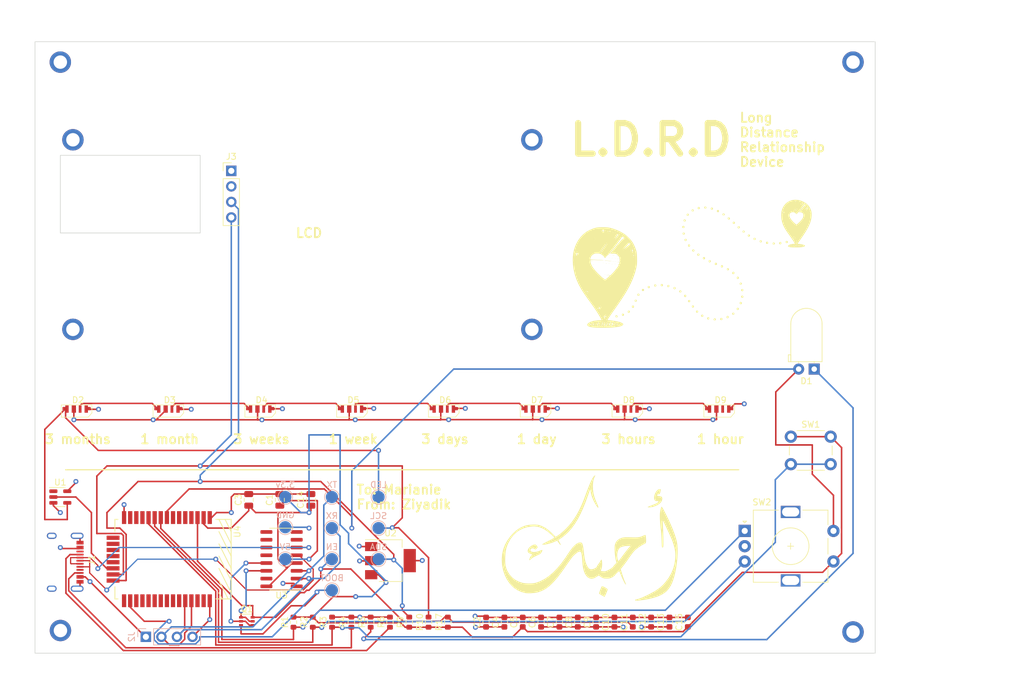
<source format=kicad_pcb>
(kicad_pcb (version 20211014) (generator pcbnew)
  (layers (0 "F.Cu" signal) (1 "In1.Cu" power) (2 "In2.Cu" power) (31 "B.Cu" signal) (34 "B.Paste" user) (35 "F.Paste" user) (36 "B.SilkS" user "B.Silkscreen") (37 "F.SilkS" user "F.Silkscreen") (38 "B.Mask" user) (39 "F.Mask" user) (44 "Edge.Cuts" user))
  (net 0 "")
  (net 1 "+5V")
  (net 2 "GND")
  (net 3 "+3V3")
  (net 4 "/ESP32_EN")
  (net 5 "Net-(D1-Pad1)")
  (net 6 "/push")
  (net 15 "/USB_SERIAL_RXI")
  (net 16 "/USB_SERIAL_TXO")
  (net 17 "/RTS")
  (net 18 "/DTR")
  (net 19 "/ESP32_BOOT")
  (net 20 "/RA")
  (net 21 "/RB")
  (net 22 "/light_switch")
  (net 23 "/USB_CC2")
  (net 24 "/USB_CC1")
  (net 25 "/SDA")
  (net 26 "/SCL")
  (net 27 "/LED_DATA_5V")
  (net 29 "/LED_DATA_3V3")
  (net 30 "/USB_D+")
  (net 31 "/USB_D-")
  (net 39 "Net-(D2-Pad3)")
  (net 40 "Net-(D3-Pad3)")
  (net 41 "Net-(D4-Pad3)")
  (net 42 "Net-(D5-Pad3)")
  (net 43 "Net-(D6-Pad3)")
  (net 44 "Net-(D7-Pad3)")
  (net 45 "Net-(D8-Pad3)")
  (footprint "Holes:MountingHole_2.2mm_M2_ISO7380_Pad_NonVirtual" (layer "F.Cu") (at 106.2 97.04)
    (fp_text reference "H3" hide)
    (fp_text value "AlignmentHole")
  )
  (footprint "LOGO" (layer "F.Cu") (at 208.28 86.36)
    (fp_text reference "" hide)
    (fp_text value "LOGO" hide)
  )
  (footprint "Capacitor_SMD:C_0805_2012Metric" (layer "F.Cu") (at 134.93 124.92 90)
    (fp_text reference "C3")
    (fp_text value "10uF")
  )
  (footprint "LOGO" (layer "F.Cu") (at 190.5 134.62)
    (fp_text reference "G***" hide)
    (fp_text value "LOGO" hide)
  )
  (footprint "Holes:MountingHole_2.2mm_M2_ISO7380_Pad_NonVirtual" (layer "F.Cu") (at 233.68 53.34)
    (fp_text reference "H4" hide)
    (fp_text value "MountHole")
  )
  (footprint "Capacitor_SMD:C_0603_1608Metric" (layer "F.Cu") (at 203.68272 144.92058 90)
    (fp_text reference "C13")
    (fp_text value "0.1uF")
  )
  (footprint "sk6812:SK6812-SIDE-A" (layer "F.Cu") (at 210 110)
    (fp_text reference "D9")
    (fp_text value "SK6812SIDE-A")
  )
  (footprint "Resistor_SMD:R_0603_1608Metric" (layer "F.Cu") (at 151.699375 144.92058 90)
    (fp_text reference "R4")
    (fp_text value "5.1k")
  )
  (footprint "Capacitor_SMD:C_0603_1608Metric" (layer "F.Cu") (at 200.685448 144.92058 90)
    (fp_text reference "C12")
    (fp_text value "0.1uF")
  )
  (footprint "Holes:MountingHole_2.2mm_M2_ISO7380_Pad_NonVirtual" (layer "F.Cu") (at 233.68 146.53)
    (fp_text reference "H7" hide)
    (fp_text value "MountHole")
  )
  (footprint "Resistor_SMD:R_0603_1608Metric" (layer "F.Cu") (at 167.465 144.92058 90)
    (fp_text reference "R17")
    (fp_text value "10k")
  )
  (footprint "Resistor_SMD:R_0603_1608Metric" (layer "F.Cu") (at 158.005625 144.92058 90)
    (fp_text reference "R6")
    (fp_text value "5.1k")
  )
  (footprint "Capacitor_SMD:C_0603_1608Metric" (layer "F.Cu") (at 206.68 144.92058 90)
    (fp_text reference "C15")
    (fp_text value "0.1uF")
  )
  (footprint "Capacitor_SMD:C_0603_1608Metric" (layer "F.Cu") (at 197.688176 144.92058 90)
    (fp_text reference "C11")
    (fp_text value "1uF")
  )
  (footprint "Resistor_SMD:R_0603_1608Metric" (layer "F.Cu") (at 142.24 144.92058 -90)
    (fp_text reference "R1")
    (fp_text value "5.1k")
  )
  (footprint "Rotary_Encoder:RotaryEncoder_Alps_EC11E-Switch_Vertical_H20mm" (layer "F.Cu") (at 215.98 130)
    (fp_text reference "SW2")
    (fp_text value "Scroll Click Wheel")
  )
  (footprint "Holes:MountingHole_2.2mm_M2_ISO7380_Pad_NonVirtual" (layer "F.Cu") (at 181.2 66.04)
    (fp_text reference "H1" hide)
    (fp_text value "AlignmentHole")
  )
  (footprint "Package_TO_SOT_SMD:SOT-23-5" (layer "F.Cu") (at 104.14 124.46)
    (fp_text reference "U1")
    (fp_text value "SN74LV1T34DBV")
  )
  (footprint "Package_SO:SOIC-16_3.9x9.9mm_P1.27mm" (layer "F.Cu") (at 140.29 134.62 180)
    (fp_text reference "U3")
    (fp_text value "CH340C")
  )
  (footprint "sk6812:SK6812-SIDE-A" (layer "F.Cu") (at 105 110)
    (fp_text reference "D2")
    (fp_text value "SK6812SIDE-A")
  )
  (footprint "Capacitor_SMD:C_0805_2012Metric" (layer "F.Cu") (at 145.09 124.92 90)
    (fp_text reference "C14")
    (fp_text value "10uF")
  )
  (footprint "Resistor_SMD:R_0603_1608Metric" (layer "F.Cu") (at 164.311875 144.92058 90)
    (fp_text reference "R10")
    (fp_text value "2.2k")
  )
  (footprint "Capacitor_SMD:C_0603_1608Metric" (layer "F.Cu") (at 182.701816 144.92058 90)
    (fp_text reference "C6")
    (fp_text value "0.1uF")
  )
  (footprint "Button_Switch_THT:SW_PUSH_6mm_H4.3mm" (layer "F.Cu") (at 223.52 114.59)
    (fp_text reference "SW1")
    (fp_text value "Light Switch")
  )
  (footprint "sk6812:SK6812-SIDE-A" (layer "F.Cu") (at 165 110)
    (fp_text reference "D6")
    (fp_text value "SK6812SIDE-A")
  )
  (footprint "Holes:MountingHole_2.2mm_M2_ISO7380_Pad_NonVirtual" (layer "F.Cu") (at 181.2 97.04)
    (fp_text reference "H8" hide)
    (fp_text value "AlignmentHole")
  )
  (footprint "sk6812:SK6812-SIDE-A" (layer "F.Cu") (at 180 110)
    (fp_text reference "D7")
    (fp_text value "SK6812SIDE-A")
  )
  (footprint "Holes:MountingHole_2.2mm_M2_ISO7380_Pad_NonVirtual" (layer "F.Cu") (at 106.2 66.04)
    (fp_text reference "H9" hide)
    (fp_text value "AlignmentHole")
  )
  (footprint "Capacitor_SMD:C_0805_2012Metric" (layer "F.Cu") (at 140.01 124.92 90)
    (fp_text reference "C1")
    (fp_text value "10uF")
  )
  (footprint "Capacitor_SMD:C_0603_1608Metric" (layer "F.Cu") (at 185.699088 144.92058 90)
    (fp_text reference "C7")
    (fp_text value "0.1uF")
  )
  (footprint "LED_THT:LED_D5.0mm_Horizontal_O1.27mm_Z15.0mm" (layer "F.Cu") (at 227.335 103.535 180)
    (fp_text reference "D1")
    (fp_text value "LED")
  )
  (footprint "Holes:MountingHole_2.2mm_M2_ISO7380_Pad_NonVirtual" (layer "F.Cu") (at 104.14 53.34)
    (fp_text reference "H6" hide)
    (fp_text value "MountHole")
  )
  (footprint "Capacitor_SMD:C_0603_1608Metric" (layer "F.Cu") (at 191.693632 144.92058 90)
    (fp_text reference "C9")
    (fp_text value "0.1uF")
  )
  (footprint "Resistor_SMD:R_0603_1608Metric" (layer "F.Cu") (at 148.54625 144.92058 90)
    (fp_text reference "R3")
    (fp_text value "5.1k")
  )
  (footprint "Resistor_SMD:R_0603_1608Metric" (layer "F.Cu") (at 154.8525 144.92058 90)
    (fp_text reference "R5")
    (fp_text value "5.1k")
  )
  (footprint "Resistor_SMD:R_0603_1608Metric" (layer "F.Cu") (at 145.393125 144.92058 90)
    (fp_text reference "R2")
    (fp_text value "5.1k")
  )
  (footprint "Capacitor_SMD:C_0603_1608Metric" (layer "F.Cu") (at 179.704544 144.92058 90)
    (fp_text reference "C5")
    (fp_text value "0.1uF")
  )
  (footprint "Capacitor_SMD:C_0603_1608Metric" (layer "F.Cu") (at 176.707272 144.92058 90)
    (fp_text reference "C4")
    (fp_text value "0.1uF")
  )
  (footprint "sk6812:SK6812-SIDE-A" (layer "F.Cu") (at 135 110)
    (fp_text reference "D4")
    (fp_text value "SK6812SIDE-A")
  )
  (footprint "Capacitor_SMD:C_0603_1608Metric" (layer "F.Cu") (at 194.690904 144.92058 90)
    (fp_text reference "C10")
    (fp_text value "0.1uF")
  )
  (footprint "sk6812:SK6812-SIDE-A" (layer "F.Cu") (at 120 110)
    (fp_text reference "D3")
    (fp_text value "SK6812SIDE-A")
  )
  (footprint "lilygo_micro32:T-Micro32" (layer "F.Cu") (at 128.5575 128.12 -90)
    (fp_text reference "U4")
    (fp_text value "T-Micro32_Plus")
  )
  (footprint "Resistor_SMD:R_0603_1608Metric" (layer "F.Cu") (at 161.15875 144.92058 90)
    (fp_text reference "R9")
    (fp_text value "2.2k")
  )
  (footprint "sk6812:SK6812-SIDE-A" (layer "F.Cu") (at 150 110)
    (fp_text reference "D5")
    (fp_text value "SK6812SIDE-A")
  )
  (footprint "Package_TO_SOT_SMD:SOT-223-3_TabPin2" (layer "F.Cu") (at 158.09 134.86)
    (fp_text reference "U2")
    (fp_text value "AP2114HA-3.3")
  )
  (footprint "sk6812:SK6812-SIDE-A" (layer "F.Cu") (at 195 110)
    (fp_text reference "D8")
    (fp_text value "SK6812SIDE-A")
  )
  (footprint "Capacitor_SMD:C_0603_1608Metric" (layer "F.Cu") (at 173.71 144.92058 90)
    (fp_text reference "C2")
    (fp_text value "0.1uF")
  )
  (footprint "Capacitor_SMD:C_0603_1608Metric" (layer "F.Cu") (at 188.69636 144.92058 90)
    (fp_text reference "C8")
    (fp_text value "0.1uF")
  )
  (footprint "Holes:MountingHole_2.2mm_M2_ISO7380_Pad_NonVirtual" (layer "F.Cu") (at 104.16 146.29)
    (fp_text reference "H2" hide)
    (fp_text value "MountHole")
  )
  (footprint "Connector_PinHeader_2.54mm:PinHeader_1x04_P2.54mm_Vertical" (layer "F.Cu") (at 132.08 71.12)
    (fp_text reference "J3")
    (fp_text value "Conn_01x04")
  )
  (footprint "usb-c:USB_C_Receptacle_XKB_U262-161N-4BVC11" (layer "F.Cu") (at 102.34 134.62 -90)
    (fp_text reference "J1")
    (fp_text value "USB_C_Receptacle_USB2.0")
  )
  (footprint "Package_TO_SOT_SMD:SOT-363_SC-70-6" (layer "F.Cu") (at 134.62 144.78)
    (fp_text reference "Q1")
    (fp_text value "UMH3N")
  )
  (footprint "Modified:TestPoint_Pad_D2.0mm_ValueSilk" (layer "B.Cu") (at 140.9 124.46 180)
    (fp_text reference "TP3" hide)
    (fp_text value "3.3v" hide)
  )
  (footprint "Modified:TestPoint_Pad_D2.0mm_ValueSilk" (layer "B.Cu") (at 156.14 124.46 180)
    (fp_text reference "TP4" hide)
    (fp_text value "LED" hide)
  )
  (footprint "Modified:TestPoint_Pad_D2.0mm_ValueSilk" (layer "B.Cu") (at 156.14 134.62 180)
    (fp_text reference "TP5" hide)
    (fp_text value "SDA" hide)
  )
  (footprint "Modified:TestPoint_Pad_D2.0mm_ValueSilk" (layer "B.Cu") (at 140.9 134.62 180)
    (fp_text reference "TP1" hide)
    (fp_text value "5V" hide)
  )
  (footprint "Modified:TestPoint_Pad_D2.0mm_ValueSilk" (layer "B.Cu") (at 140.9 129.4 180)
    (fp_text reference "TP2" hide)
    (fp_text value "GND" hide)
  )
  (footprint "Modified:TestPoint_Pad_D2.0mm_ValueSilk" (layer "B.Cu") (at 148.52 134.62 180)
    (fp_text reference "TP7" hide)
    (fp_text value "EN" hide)
  )
  (footprint "Modified:TestPoint_Pad_D2.0mm_ValueSilk" (layer "B.Cu") (at 148.52 139.7 180)
    (fp_text reference "TP8" hide)
    (fp_text value "BOOT" hide)
  )
  (footprint "Modified:TestPoint_Pad_D2.0mm_ValueSilk" (layer "B.Cu") (at 156.14 129.54 180)
    (fp_text reference "TP6" hide)
    (fp_text value "SCL" hide)
  )
  (footprint "Modified:TestPoint_Pad_D2.0mm_ValueSilk" (layer "B.Cu") (at 148.52 129.54 180)
    (fp_text reference "TP10" hide)
    (fp_text value "RX" hide)
  )
  (footprint "Connector_PinHeader_2.54mm:PinHeader_1x04_P2.54mm_Vertical" (layer "B.Cu") (at 118.12 147.32 -90)
    (fp_text reference "J2")
    (fp_text value "Conn_01x04")
  )
  (footprint "Modified:TestPoint_Pad_D2.0mm_ValueSilk" (layer "B.Cu") (at 148.52 124.46 180)
    (fp_text reference "TP9" hide)
    (fp_text value "TX" hide)
  )
  (gr_line (start 105 120) (end 215 120) (layer "F.SilkS") (width 0.2))
  (gr_rect (start 100 50) (end 237.3 150) (layer "Edge.Cuts") (width 0.1) (fill none))
  (gr_rect (start 104.14 68.58) (end 127 81.28) (layer "Edge.Cuts") (width 0.1) (fill none))
  (gr_text "To: Marianie\nFrom: Ziyadik" (at 152.4 124.46) (layer "F.SilkS") (effects (font (size 1.5 1.5) (thickness 0.3)) (justify left)))
  (gr_text "3 days" (at 167 115) (layer "F.SilkS") (effects (font (size 1.5 1.5) (thickness 0.3))))
  (gr_text "1 hour" (at 212 115) (layer "F.SilkS") (effects (font (size 1.5 1.5) (thickness 0.3))))
  (gr_text "1 day" (at 182 115) (layer "F.SilkS") (effects (font (size 1.5 1.5) (thickness 0.3))))
  (gr_text "L.D.R.D" (at 200.66 66.04) (layer "F.SilkS") (effects (font (size 5 5) (thickness 1))))
  (gr_text "3 months" (at 107 115) (layer "F.SilkS") (effects (font (size 1.5 1.5) (thickness 0.3))))
  (gr_text "3 weeks" (at 137 115) (layer "F.SilkS") (effects (font (size 1.5 1.5) (thickness 0.3))))
  (gr_text "3 hours" (at 197 115) (layer "F.SilkS") (effects (font (size 1.5 1.5) (thickness 0.3))))
  (gr_text "LCD" (at 144.78 81.28) (layer "F.SilkS") (effects (font (size 1.5 1.5) (thickness 0.3))))
  (gr_text "1 month" (at 122 115) (layer "F.SilkS") (effects (font (size 1.5 1.5) (thickness 0.3))))
  (gr_text "1 week" (at 152 115) (layer "F.SilkS") (effects (font (size 1.5 1.5) (thickness 0.3))))
  (gr_text "Long \nDistance \nRelationship \nDevice" (at 215 66.04) (layer "F.SilkS") (effects (font (size 1.5 1.5) (thickness 0.3)) (justify left)))
  (segment (start 119.312844 111.827156) (end 119.807464 111.827156) (width 0.25) (layer "F.Cu") (net 1))
  (segment (start 119.807464 111.827156) (end 121.35 110.28462) (width 0.25) (layer "F.Cu") (net 1))
  (segment (start 166.35 110) (end 166.308082 110.041918) (width 0.25) (layer "F.Cu") (net 1))
  (segment (start 108.220409 137.52) (end 107.36 137.52) (width 0.25) (layer "F.Cu") (net 1))
  (segment (start 181.35 110.525) (end 181.331194 110.543806) (width 0.25) (layer "F.Cu") (net 1))
  (segment (start 181.35 110) (end 181.35 110.525) (width 0.25) (layer "F.Cu") (net 1))
  (segment (start 182.701816 145.69558) (end 185.699088 145.69558) (width 0.25) (layer "F.Cu") (net 1))
  (segment (start 194.690904 145.69558) (end 196.074012 145.69558) (width 0.25) (layer "F.Cu") (net 1))
  (segment (start 173.71 145.69558) (end 172.037188 145.69558) (width 0.25) (layer "F.Cu") (net 1))
  (segment (start 136.35 110) (end 136.374539 110.024539) (width 0.25) (layer "F.Cu") (net 1))
  (segment (start 196.074012 145.69558) (end 196.100914 145.722482) (width 0.25) (layer "F.Cu") (net 1))
  (segment (start 106.35 110) (end 106.35 111.820986) (width 0.25) (layer "F.Cu") (net 1))
  (segment (start 166.288456 111.823773) (end 152.336227 111.823773) (width 0.25) (layer "F.Cu") (net 1))
  (segment (start 106.35617 111.827156) (end 119.312844 111.827156) (width 0.25) (layer "F.Cu") (net 1))
  (segment (start 182.844133 111.795867) (end 181.331194 111.795867) (width 0.25) (layer "F.Cu") (net 1))
  (segment (start 107.36 132.72) (end 107.196799 132.883201) (width 0.25) (layer "F.Cu") (net 1))
  (segment (start 199.087118 145.722482) (end 200.658546 145.722482) (width 0.25) (layer "F.Cu") (net 1))
  (segment (start 136.374539 111.802538) (end 136.349921 111.827156) (width 0.25) (layer "F.Cu") (net 1))
  (segment (start 154.94 132.56) (end 153.04644 132.56) (width 0.25) (layer "F.Cu") (net 1))
  (segment (start 146.14 133.26) (end 144.78 134.62) (width 0.25) (layer "F.Cu") (net 1))
  (segment (start 140.01 125.87) (end 140.835 125.045) (width 0.25) (layer "F.Cu") (net 1))
  (segment (start 136.349921 111.827156) (end 119.807464 111.827156) (width 0.25) (layer "F.Cu") (net 1))
  (segment (start 151.35 110) (end 151.35 111.823773) (width 0.25) (layer "F.Cu") (net 1))
  (segment (start 200.658546 145.722482) (end 200.685448 145.69558) (width 0.25) (layer "F.Cu") (net 1))
  (segment (start 181.331194 110.543806) (end 181.331194 111.795867) (width 0.25) (layer "F.Cu") (net 1))
  (segment (start 173.71 145.69558) (end 176.707272 145.69558) (width 0.25) (layer "F.Cu") (net 1))
  (segment (start 136.374539 110.024539) (end 136.374539 111.802538) (width 0.25) (layer "F.Cu") (net 1))
  (segment (start 136.408054 111.836053) (end 136.374539 111.802538) (width 0.25) (layer "F.Cu") (net 1))
  (segment (start 106.68 122.1075) (end 106.68 121.92) (width 0.25) (layer "F.Cu") (net 1))
  (segment (start 181.331194 111.795867) (end 181.322914 111.804147) (width 0.25) (layer "F.Cu") (net 1))
  (segment (start 167.595853 111.804147) (end 166.308082 111.804147) (width 0.25) (layer "F.Cu") (net 1))
  (segment (start 121.35 110.28462) (end 121.35 110) (width 0.25) (layer "F.Cu") (net 1))
  (segment (start 181.322914 111.804147) (end 167.595853 111.804147) (width 0.25) (layer "F.Cu") (net 1))
  (segment (start 152.336227 111.823773) (end 151.35 111.823773) (width 0.25) (layer "F.Cu") (net 1))
  (segment (start 196.35 110) (end 196.35 111.710414) (width 0.25) (layer "F.Cu") (net 1))
  (segment (start 166.308082 111.804147) (end 166.288456 111.823773) (width 0.25) (layer "F.Cu") (net 1))
  (segment (start 118.12 147.32) (end 118.020409 147.32) (width 0.25) (layer "F.Cu") (net 1))
  (segment (start 211.369851 110.019851) (end 211.369851 111.771732) (width 0.25) (layer "F.Cu") (net 1))
  (segment (start 166.308082 110.041918) (end 166.308082 111.804147) (width 0.25) (layer "F.Cu") (net 1))
  (segment (start 107.196799 132.883201) (end 104.304531 132.883201) (width 0.25) (layer "F.Cu") (net 1))
  (segment (start 210.784133 111.795867) (end 198.084133 111.795867) (width 0.25) (layer "F.Cu") (net 1))
  (segment (start 211.35 110) (end 211.369851 110.019851) (width 0.25) (layer "F.Cu") (net 1))
  (segment (start 185.699088 145.69558) (end 188.69636 145.69558) (width 0.25) (layer "F.Cu") (net 1))
  (segment (start 151.33772 111.836053) (end 137.083947 111.836053) (width 0.25) (layer "F.Cu") (net 1))
  (segment (start 211.369851 111.771732) (end 211.345716 111.795867) (width 0.25) (layer "F.Cu") (net 1))
  (segment (start 118.020409 147.32) (end 108.993401 138.292992) (width 0.25) (layer "F.Cu") (net 1))
  (segment (start 104.304531 132.883201) (end 104.14 132.71867) (width 0.25) (layer "F.Cu") (net 1))
  (segment (start 146.098858 125.045) (end 146.14 125.086142) (width 0.25) (layer "F.Cu") (net 1))
  (segment (start 151.35 111.823773) (end 151.33772 111.836053) (width 0.25) (layer "F.Cu") (net 1))
  (segment (start 191.693632 145.69558) (end 194.690904 145.69558) (width 0.25) (layer "F.Cu") (net 1))
  (segment (start 146.14 125.086142) (end 146.14 133.26) (width 0.25) (layer "F.Cu") (net 1))
  (segment (start 153.04644 132.56) (end 152.979227 132.492787) (width 0.25) (layer "F.Cu") (net 1))
  (segment (start 105.2775 123.51) (end 106.68 122.1075) (width 0.25) (layer "F.Cu") (net 1))
  (segment (start 136.35 110) (end 136.35 110.03) (width 0.25) (layer "F.Cu") (net 1))
  (segment (start 196.264547 111.795867) (end 182.844133 111.795867) (width 0.25) (layer "F.Cu") (net 1))
  (segment (start 106.35 111.820986) (end 106.35617 111.827156) (width 0.25) (layer "F.Cu") (net 1))
  (segment (start 172.037188 145.69558) (end 171.973401 145.759367) (width 0.25) (layer "F.Cu") (net 1))
  (segment (start 140.835 125.045) (end 146.098858 125.045) (width 0.25) (layer "F.Cu") (net 1))
  (segment (start 188.69636 145.69558) (end 191.693632 145.69558) (width 0.25) (layer "F.Cu") (net 1))
  (segment (start 203.68272 145.69558) (end 200.685448 145.69558) (width 0.25) (layer "F.Cu") (net 1))
  (segment (start 137.083947 111.836053) (end 136.408054 111.836053) (width 0.25) (layer "F.Cu") (net 1))
  (segment (start 198.084133 111.795867) (end 196.264547 111.795867) (width 0.25) (layer "F.Cu") (net 1))
  (segment (start 196.35 111.710414) (end 196.264547 111.795867) (width 0.25) (layer "F.Cu") (net 1))
  (segment (start 108.993401 138.292992) (end 108.220409 137.52) (width 0.25) (layer "F.Cu") (net 1))
  (segment (start 211.345716 111.795867) (end 210.784133 111.795867) (width 0.25) (layer "F.Cu") (net 1))
  (via (at 137.083947 111.836053) (size 0.8) (drill 0.4) (layers "F.Cu" "B.Cu") (net 1))
  (via (at 119.312844 111.827156) (size 0.8) (drill 0.4) (layers "F.Cu" "B.Cu") (net 1))
  (via (at 210.784133 111.795867) (size 0.8) (drill 0.4) (layers "F.Cu" "B.Cu") (net 1))
  (via (at 106.68 121.92) (size 0.8) (drill 0.4) (layers "F.Cu" "B.Cu") (net 1))
  (via (at 144.78 134.62) (size 0.8) (drill 0.4) (layers "F.Cu" "B.Cu") (net 1))
  (via (at 152.979227 132.492787) (size 0.8) (drill 0.4) (layers "F.Cu" "B.Cu") (net 1))
  (via (at 152.336227 111.823773) (size 0.8) (drill 0.4) (layers "F.Cu" "B.Cu") (net 1))
  (via (at 167.595853 111.804147) (size 0.8) (drill 0.4) (layers "F.Cu" "B.Cu") (net 1))
  (via (at 182.844133 111.795867) (size 0.8) (drill 0.4) (layers "F.Cu" "B.Cu") (net 1))
  (via (at 104.14 132.71867) (size 0.8) (drill 0.4) (layers "F.Cu" "B.Cu") (net 1))
  (via (at 199.087118 145.722482) (size 0.8) (drill 0.4) (layers "F.Cu" "B.Cu") (net 1))
  (via (at 198.084133 111.795867) (size 0.8) (drill 0.4) (layers "F.Cu" "B.Cu") (net 1))
  (via (at 171.973401 145.759367) (size 0.8) (drill 0.4) (layers "F.Cu" "B.Cu") (net 1))
  (via (at 108.993401 138.292992) (size 0.8) (drill 0.4) (layers "F.Cu" "B.Cu") (net 1))
  (via (at 106.35617 111.827156) (size 0.8) (drill 0.4) (layers "F.Cu" "B.Cu") (net 1))
  (via (at 196.100914 145.722482) (size 0.8) (drill 0.4) (layers "F.Cu" "B.Cu") (net 1))
  (segment (start 140.9 134.62) (end 144.78 134.62) (width 0.25) (layer "B.Cu") (net 1))
  (segment (start 161.24 134.86) (end 163.255444 134.86) (width 0.25) (layer "F.Cu") (net 2))
  (segment (start 107.36 131.92) (end 107.36 131.275) (width 0.25) (layer "F.Cu") (net 2))
  (segment (start 200.40052 110.032193) (end 198.632193 110.032193) (width 0.25) (layer "F.Cu") (net 2))
  (segment (start 110.387507 110.110711) (end 108.710711 110.110711) (width 0.25) (layer "F.Cu") (net 2))
  (segment (start 206.68 144.14558) (end 203.68272 144.14558) (width 0.25) (layer "F.Cu") (net 2))
  (segment (start 125.74 147.32) (end 128.5575 144.5025) (width 0.25) (layer "F.Cu") (net 2))
  (segment (start 132.57 123.97) (end 134.93 123.97) (width 0.25) (layer "F.Cu") (net 2))
  (segment (start 128.5575 144.5025) (end 128.5575 141.12) (width 0.25) (layer "F.Cu") (net 2))
  (segment (start 129.6775 127) (end 132.08 127) (width 0.25) (layer "F.Cu") (net 2))
  (segment (start 142.765 139.065) (end 142.277716 138.577716) (width 0.25) (layer "F.Cu") (net 2))
  (segment (start 153.625466 109.974534) (end 153.6 110) (width 0.25) (layer "F.Cu") (net 2))
  (segment (start 125.529596 110.110711) (end 123.710711 110.110711) (width 0.25) (layer "F.Cu") (net 2))
  (segment (start 191.693632 144.14558) (end 188.69636 144.14558) (width 0.25) (layer "F.Cu") (net 2))
  (segment (start 108.710711 110.110711) (end 108.6 110) (width 0.25) (layer "F.Cu") (net 2))
  (segment (start 179.704544 144.14558) (end 176.707272 144.14558) (width 0.25) (layer "F.Cu") (net 2))
  (segment (start 154.8525 144.09558) (end 158.005625 144.09558) (width 0.25) (layer "F.Cu") (net 2))
  (segment (start 155.358787 109.974534) (end 153.625466 109.974534) (width 0.25) (layer "F.Cu") (net 2))
  (segment (start 173.504961 143.940541) (end 173.71 144.14558) (width 0.25) (layer "F.Cu") (net 2))
  (segment (start 200.685448 144.14558) (end 203.68272 144.14558) (width 0.25) (layer "F.Cu") (net 2))
  (segment (start 188.69636 144.14558) (end 185.699088 144.14558) (width 0.25) (layer "F.Cu") (net 2))
  (segment (start 134.93 123.97) (end 140.01 123.97) (width 0.25) (layer "F.Cu") (net 2))
  (segment (start 170.318196 109.963669) (end 168.636331 109.963669) (width 0.25) (layer "F.Cu") (net 2))
  (segment (start 114.5575 128.12) (end 114.5575 125.702532) (width 0.25) (layer "F.Cu") (net 2))
  (segment (start 148.54625 144.09558) (end 151.699375 144.09558) (width 0.25) (layer "F.Cu") (net 2))
  (segment (start 183.636331 109.963669) (end 183.6 110) (width 0.25) (layer "F.Cu") (net 2))
  (segment (start 197.688176 144.14558) (end 200.685448 144.14558) (width 0.25) (layer "F.Cu") (net 2))
  (segment (start 215.9 109.22) (end 214.38 109.22) (width 0.25) (layer "F.Cu") (net 2))
  (segment (start 182.701816 144.14558) (end 185.699088 144.14558) (width 0.25) (layer "F.Cu") (net 2))
  (segment (start 163.255444 134.86) (end 163.285719 134.829725) (width 0.25) (layer "F.Cu") (net 2))
  (segment (start 103.0025 125.8625) (end 104.14 127) (width 0.25) (layer "F.Cu") (net 2))
  (segment (start 153.047888 134.909844) (end 154.890156 134.909844) (width 0.25) (layer "F.Cu") (net 2))
  (segment (start 107.36 131.275) (end 106.885 130.8) (width 0.25) (layer "F.Cu") (net 2))
  (segment (start 107.36 138.32) (end 107.36 138.965) (width 0.25) (layer "F.Cu") (net 2))
  (segment (start 168.636331 109.963669) (end 168.6 110) (width 0.25) (layer "F.Cu") (net 2))
  (segment (start 128.5575 128.12) (end 129.6775 127) (width 0.25) (layer "F.Cu") (net 2))
  (segment (start 198.632193 110.032193) (end 198.6 110) (width 0.25) (layer "F.Cu") (net 2))
  (segment (start 171.917437 143.940541) (end 173.504961 143.940541) (width 0.25) (layer "F.Cu") (net 2))
  (segment (start 179.704544 144.14558) (end 182.701816 144.14558) (width 0.25) (layer "F.Cu") (net 2))
  (segment (start 132.08 127) (end 132.08 124.46) (width 0.25) (layer "F.Cu") (net 2))
  (segment (start 197.688176 144.14558) (end 194.690904 144.14558) (width 0.25) (layer "F.Cu") (net 2))
  (segment (start 140.429785 110.028429) (end 138.628429 110.028429) (width 0.25) (layer "F.Cu") (net 2))
  (segment (start 103.0025 125.41) (end 103.0025 125.8625) (width 0.25) (layer "F.Cu") (net 2))
  (segment (start 185.363205 109.963669) (end 183.636331 109.963669) (width 0.25) (layer "F.Cu") (net 2))
  (segment (start 138.628429 110.028429) (end 138.6 110) (width 0.25) (layer "F.Cu") (net 2))
  (segment (start 123.710711 110.110711) (end 123.6 110) (width 0.25) (layer "F.Cu") (net 2))
  (segment (start 132.08 124.46) (end 132.57 123.97) (width 0.25) (layer "F.Cu") (net 2))
  (segment (start 154.8525 144.09558) (end 153.08442 144.09558) (width 0.25) (layer "F.Cu") (net 2))
  (segment (start 153.08442 144.09558) (end 151.699375 144.09558) (width 0.25) (layer "F.Cu") (net 2))
  (segment (start 107.36 138.965) (end 106.885 139.44) (width 0.25) (layer "F.Cu") (net 2))
  (segment (start 173.71 144.14558) (end 176.707272 144.14558) (width 0.25) (layer "F.Cu") (net 2))
  (segment (start 142.277716 138.577716) (end 140.522625 138.577716) (width 0.25) (layer "F.Cu") (net 2))
  (segment (start 214.38 109.22) (end 213.6 110) (width 0.25) (layer "F.Cu") (net 2))
  (segment (start 154.890156 134.909844) (end 154.94 134.86) (width 0.25) (layer "F.Cu") (net 2))
  (segment (start 191.693632 144.14558) (end 194.690904 144.14558) (width 0.25) (layer "F.Cu") (net 2))
  (segment (start 145.09 123.97) (end 140.01 123.97) (width 0.25) (layer "F.Cu") (net 2))
  (via (at 200.40052 110.032193) (size 0.8) (drill 0.4) (layers "F.Cu" "B.Cu") (net 2))
  (via (at 140.429785 110.028429) (size 0.8) (drill 0.4) (layers "F.Cu" "B.Cu") (net 2))
  (via (at 110.387507 110.110711) (size 0.8) (drill 0.4) (layers "F.Cu" "B.Cu") (net 2))
  (via (at 114.5575 125.702532) (size 0.8) (drill 0.4) (layers "F.Cu" "B.Cu") (net 2))
  (via (at 104.14 127) (size 0.8) (drill 0.4) (layers "F.Cu" "B.Cu") (net 2))
  (via (at 185.363205 109.963669) (size 0.8) (drill 0.4) (layers "F.Cu" "B.Cu") (net 2))
  (via (at 144.78 129.54) (size 0.8) (drill 0.4) (layers "F.Cu" "B.Cu") (net 2))
  (via (at 153.047888 134.909844) (size 0.8) (drill 0.4) (layers "F.Cu" "B.Cu") (net 2))
  (via (at 215.9 109.22) (size 0.8) (drill 0.4) (layers "F.Cu" "B.Cu") (net 2))
  (via (at 132.08 127) (size 0.8) (drill 0.4) (layers "F.Cu" "B.Cu") (net 2))
  (via (at 140.522625 138.577716) (size 0.8) (drill 0.4) (layers "F.Cu" "B.Cu") (net 2))
  (via (at 153.08442 144.09558) (size 0.8) (drill 0.4) (layers "F.Cu" "B.Cu") (net 2))
  (via (at 170.318196 109.963669) (size 0.8) (drill 0.4) (layers "F.Cu" "B.Cu") (net 2))
  (via (at 125.529596 110.110711) (size 0.8) (drill 0.4) (layers "F.Cu" "B.Cu") (net 2))
  (via (at 171.917437 143.940541) (size 0.8) (drill 0.4) (layers "F.Cu" "B.Cu") (net 2))
  (via (at 128.5575 144.5025) (size 0.8) (drill 0.4) (layers "F.Cu" "B.Cu") (net 2))
  (via (at 163.285719 134.829725) (size 0.8) (drill 0.4) (layers "F.Cu" "B.Cu") (net 2))
  (via (at 155.358787 109.974534) (size 0.8) (drill 0.4) (layers "F.Cu" "B.Cu") (net 2))
  (segment (start 140.9 129.4) (end 144.64 129.4) (width 0.25) (layer "B.Cu") (net 2))
  (segment (start 144.64 129.4) (end 144.78 129.54) (width 0.25) (layer "B.Cu") (net 2))
  (segment (start 167.465 145.74558) (end 169.837913 145.74558) (width 0.25) (layer "F.Cu") (net 3))
  (segment (start 145.393125 144.09558) (end 146.318125 145.02058) (width 0.25) (layer "F.Cu") (net 3))
  (segment (start 205.905 146.47058) (end 206.68 145.69558) (width 0.25) (layer "F.Cu") (net 3))
  (segment (start 215.60058 136.775) (end 228.705 136.775) (width 0.25) (layer "F.Cu") (net 3))
  (segment (start 139.7 134.62) (end 141.168375 136.088375) (width 0.25) (layer "F.Cu") (net 3))
  (segment (start 142.24 144.09558) (end 145.393125 144.09558) (width 0.25) (layer "F.Cu") (net 3))
  (segment (start 157.367374 138.432086) (end 156.095288 137.16) (width 0.25) (layer "F.Cu") (net 3))
  (segment (start 231.805 133.675) (end 230.48 135) (width 0.25) (layer "F.Cu") (net 3))
  (segment (start 161.15875 145.74558) (end 164.311875 145.74558) (width 0.25) (layer "F.Cu") (net 3))
  (segment (start 145.09 125.87) (end 145.09 126.69) (width 0.25) (layer "F.Cu") (net 3))
  (segment (start 228.705 136.775) (end 230.48 135) (width 0.25) (layer "F.Cu") (net 3))
  (segment (start 138.191751 139.065) (end 141.168375 136.088375) (width 0.25) (layer "F.Cu") (net 3))
  (segment (start 145.393125 144.09558) (end 148.744706 140.743999) (width 0.25) (layer "F.Cu") (net 3))
  (segment (start 146.318125 145.02058) (end 159.764184 145.02058) (width 0.25) (layer "F.Cu") (net 3))
  (segment (start 141.168375 136.088375) (end 142.001751 135.255) (width 0.25) (layer "F.Cu") (net 3))
  (segment (start 160.489184 145.74558) (end 161.15875 145.74558) (width 0.25) (layer "F.Cu") (net 3))
  (segment (start 134.93 126.69) (end 134.93 125.87) (width 0.25) (layer "F.Cu") (net 3))
  (segment (start 148.744706 140.743999) (end 152.401567 140.743999) (width 0.25) (layer "F.Cu") (net 3))
  (segment (start 159.764184 145.02058) (end 160.489184 145.74558) (width 0.25) (layer "F.Cu") (net 3))
  (segment (start 230.02 114.59) (end 231.805 116.375) (width 0.25) (layer "F.Cu") (net 3))
  (segment (start 142.001751 135.255) (end 142.765 135.255) (width 0.25) (layer "F.Cu") (net 3))
  (segment (start 134.93 125.87) (end 136.06 127) (width 0.25) (layer "F.Cu") (net 3))
  (segment (start 156.095288 137.16) (end 154.94 137.16) (width 0.25) (layer "F.Cu") (net 3))
  (segment (start 171.448559 147.356226) (end 178.043898 147.356226) (width 0.25) (layer "F.Cu") (net 3))
  (segment (start 231.805 116.375) (end 231.805 133.675) (width 0.25) (layer "F.Cu") (net 3))
  (segment (start 132.08 129.54) (end 134.93 126.69) (width 0.25) (layer "F.Cu") (net 3))
  (segment (start 145.09 126.69) (end 144.78 127) (width 0.25) (layer "F.Cu") (net 3))
  (segment (start 127.5575 128.87) (end 128.2275 129.54) (width 0.25) (layer "F.Cu") (net 3))
  (segment (start 137.815 139.065) (end 138.191751 139.065) (width 0.25) (layer "F.Cu") (net 3))
  (segment (start 180.479544 146.47058) (end 205.905 146.47058) (width 0.25) (layer "F.Cu") (net 3))
  (segment (start 206.68 145.69558) (end 215.60058 136.775) (width 0.25) (layer "F.Cu") (net 3))
  (segment (start 223.52 114.59) (end 230.02 114.59) (width 0.25) (layer "F.Cu") (net 3))
  (segment (start 178.043898 147.356226) (end 179.704544 145.69558) (width 0.25) (layer "F.Cu") (net 3))
  (segment (start 139.7 127) (end 139.7 134.62) (width 0.25) (layer "F.Cu") (net 3))
  (segment (start 127.5575 128.12) (end 127.5575 128.87) (width 0.25) (layer "F.Cu") (net 3))
  (segment (start 179.704544 145.69558) (end 180.479544 146.47058) (width 0.25) (layer "F.Cu") (net 3))
  (segment (start 136.06 127) (end 139.7 127) (width 0.25) (layer "F.Cu") (net 3))
  (segment (start 167.465 145.74558) (end 164.311875 145.74558) (width 0.25) (layer "F.Cu") (net 3))
  (segment (start 169.837913 145.74558) (end 171.448559 147.356226) (width 0.25) (layer "F.Cu") (net 3))
  (segment (start 139.7 127) (end 144.78 127) (width 0.25) (layer "F.Cu") (net 3))
  (segment (start 128.2275 129.54) (end 132.08 129.54) (width 0.25) (layer "F.Cu") (net 3))
  (via (at 152.401567 140.743999) (size 0.8) (drill 0.4) (layers "F.Cu" "B.Cu") (net 3))
  (via (at 144.78 127) (size 0.8) (drill 0.4) (layers "F.Cu" "B.Cu") (net 3))
  (via (at 157.367374 138.432086) (size 0.8) (drill 0.4) (layers "F.Cu" "B.Cu") (net 3))
  (segment (start 157.367374 138.432086) (end 157.367374 138.204025) (width 0.25) (layer "B.Cu") (net 3))
  (segment (start 144.78 127) (end 144.78 114.3) (width 0.25) (layer "B.Cu") (net 3))
  (segment (start 149.86 129.006167) (end 149.86 114.3) (width 0.25) (layer "B.Cu") (net 3))
  (segment (start 140.9 124.46) (end 143.44 127) (width 0.25) (layer "B.Cu") (net 3))
  (segment (start 151.243349 132.08) (end 151.243349 130.389516) (width 0.25) (layer "B.Cu") (net 3))
  (segment (start 155.055461 140.743999) (end 152.401567 140.743999) (width 0.25) (layer "B.Cu") (net 3))
  (segment (start 157.367374 138.432086) (end 155.055461 140.743999) (width 0.25) (layer "B.Cu") (net 3))
  (segment (start 157.367374 138.204025) (end 151.243349 132.08) (width 0.25) (layer "B.Cu") (net 3))
  (segment (start 151.243349 130.389516) (end 149.86 129.006167) (width 0.25) (layer "B.Cu") (net 3))
  (segment (start 143.44 127) (end 144.78 127) (width 0.25) (layer "B.Cu") (net 3))
  (segment (start 149.86 114.3) (end 144.78 114.3) (width 0.25) (layer "B.Cu") (net 3))
  (segment (start 151.611201 136.231201) (end 160.20058 144.82058) (width 0.25) (layer "F.Cu") (net 4))
  (segment (start 144.78 139.7) (end 146.69749 137.78251) (width 0.25) (layer "F.Cu") (net 4))
  (segment (start 166.95558 144.09558) (end 167.465 144.09558) (width 0.25) (layer "F.Cu") (net 4))
  (segment (start 143.373404 140.09) (end 144.014636 140.09) (width 0.25) (layer "F.Cu") (net 4))
  (segment (start 164.844917 144.78) (end 166.27116 144.78) (width 0.25) (layer "F.Cu") (net 4))
  (segment (start 126.5575 134.960812) (end 133.823683 142.226995) (width 0.25) (layer "F.Cu") (net 4))
  (segment (start 139.333404 144.13) (end 143.373404 140.09) (width 0.25) (layer "F.Cu") (net 4))
  (segment (start 164.804337 144.82058) (end 164.844917 144.78) (width 0.25) (layer "F.Cu") (net 4))
  (segment (start 166.27116 144.78) (end 166.95558 144.09558) (width 0.25) (layer "F.Cu") (net 4))
  (segment (start 126.5575 128.12) (end 126.5575 134.960812) (width 0.25) (layer "F.Cu") (net 4))
  (segment (start 196.913176 144.92058) (end 168.29 144.92058) (width 0.25) (layer "F.Cu") (net 4))
  (segment (start 197.688176 145.69558) (end 196.913176 144.92058) (width 0.25) (layer "F.Cu") (net 4))
  (segment (start 144.014636 140.09) (end 144.404636 139.7) (width 0.25) (layer "F.Cu") (net 4))
  (segment (start 146.69749 136.231201) (end 151.611201 136.231201) (width 0.25) (layer "F.Cu") (net 4))
  (segment (start 168.29 144.92058) (end 167.465 144.09558) (width 0.25) (layer "F.Cu") (net 4))
  (segment (start 135.592623 142.226995) (end 135.57 142.249618) (width 0.25) (layer "F.Cu") (net 4))
  (segment (start 160.20058 144.82058) (end 164.804337 144.82058) (width 0.25) (layer "F.Cu") (net 4))
  (segment (start 133.823683 142.226995) (end 135.592623 142.226995) (width 0.25) (layer "F.Cu") (net 4))
  (segment (start 146.69749 137.78251) (end 146.69749 136.231201) (width 0.25) (layer "F.Cu") (net 4))
  (segment (start 144.404636 139.7) (end 144.78 139.7) (width 0.25) (layer "F.Cu") (net 4))
  (segment (start 135.57 142.249618) (end 135.57 144.13) (width 0.25) (layer "F.Cu") (net 4))
  (segment (start 135.57 144.13) (end 139.333404 144.13) (width 0.25) (layer "F.Cu") (net 4))
  (via (at 146.69749 136.231201) (size 0.8) (drill 0.4) (layers "F.Cu" "B.Cu") (net 4))
  (segment (start 148.308691 134.62) (end 146.69749 136.231201) (width 0.25) (layer "B.Cu") (net 4))
  (segment (start 148.52 134.62) (end 148.308691 134.62) (width 0.25) (layer "B.Cu") (net 4))
  (segment (start 154.8525 145.74558) (end 154.8525 146.509729) (width 0.25) (layer "F.Cu") (net 5))
  (segment (start 154.8525 146.509729) (end 153.717564 147.644665) (width 0.25) (layer "F.Cu") (net 5))
  (via (at 153.717564 147.644665) (size 0.8) (drill 0.4) (layers "F.Cu" "B.Cu") (net 5))
  (segment (start 233.68 109.88) (end 227.335 103.535) (width 0.25) (layer "B.Cu") (net 5))
  (segment (start 233.68 133.673833) (end 233.68 109.88) (width 0.25) (layer "B.Cu") (net 5))
  (segment (start 153.717564 147.644665) (end 153.842899 147.77) (width 0.25) (layer "B.Cu") (net 5))
  (segment (start 219.583833 147.77) (end 233.68 133.673833) (width 0.25) (layer "B.Cu") (net 5))
  (segment (start 153.842899 147.77) (end 219.583833 147.77) (width 0.25) (layer "B.Cu") (net 5))
  (segment (start 121.5575 126.77) (end 125.1825 123.145) (width 0.25) (layer "F.Cu") (net 6))
  (segment (start 221.055529 115.944716) (end 221.055529 107.274471) (width 0.25) (layer "F.Cu") (net 6))
  (segment (start 147.288604 123.145) (end 151.771802 127.628198) (width 0.25) (layer "F.Cu") (net 6))
  (segment (start 230.48 124.176167) (end 227.022348 120.718515) (width 0.25) (layer "F.Cu") (net 6))
  (segment (start 125.1825 123.145) (end 147.288604 123.145) (width 0.25) (layer "F.Cu") (net 6))
  (segment (start 227.022348 120.718515) (end 227.022348 115.944716) (width 0.25) (layer "F.Cu") (net 6))
  (segment (start 230.48 130) (end 230.48 124.176167) (width 0.25) (layer "F.Cu") (net 6))
  (segment (start 121.5575 128.12) (end 121.5575 126.77) (width 0.25) (layer "F.Cu") (net 6))
  (segment (start 227.022348 115.944716) (end 221.055529 115.944716) (width 0.25) (layer "F.Cu") (net 6))
  (segment (start 221.055529 107.274471) (end 224.795 103.535) (width 0.25) (layer "F.Cu") (net 6))
  (segment (start 151.771802 127.628198) (end 151.771802 129.54) (width 0.25) (layer "F.Cu") (net 6))
  (via (at 151.771802 129.54) (size 0.8) (drill 0.4) (layers "F.Cu" "B.Cu") (net 6))
  (segment (start 224.795 103.535) (end 168.422744 103.535) (width 0.25) (layer "B.Cu") (net 6))
  (segment (start 151.771802 120.185942) (end 151.771802 129.54) (width 0.25) (layer "B.Cu") (net 6))
  (segment (start 168.422744 103.535) (end 151.771802 120.185942) (width 0.25) (layer "B.Cu") (net 6))
  (segment (start 125.57112 145.585276) (end 125.57112 141.13362) (width 0.25) (layer "F.Cu") (net 15))
  (segment (start 124.46 146.696396) (end 125.57112 145.585276) (width 0.25) (layer "F.Cu") (net 15))
  (segment (start 121.999334 148.659334) (end 123.522367 148.659334) (width 0.25) (layer "F.Cu") (net 15))
  (segment (start 142.765 136.525) (end 144.756548 136.525) (width 0.25) (layer "F.Cu") (net 15))
  (segment (start 125.57112 141.13362) (end 125.5575 141.12) (width 0.25) (layer "F.Cu") (net 15))
  (segment (start 144.756548 136.525) (end 144.759911 136.528363) (width 0.25) (layer "F.Cu") (net 15))
  (segment (start 123.522367 148.659334) (end 124.46 147.721701) (width 0.25) (layer "F.Cu") (net 15))
  (segment (start 120.66 147.32) (end 121.999334 148.659334) (width 0.25) (layer "F.Cu") (net 15))
  (segment (start 124.46 147.721701) (end 124.46 146.696396) (width 0.25) (layer "F.Cu") (net 15))
  (via (at 144.759911 136.528363) (size 0.8) (drill 0.4) (layers "F.Cu" "B.Cu") (net 15))
  (segment (start 147.195 125.785) (end 147.195 134.093274) (width 0.25) (layer "B.Cu") (net 15))
  (segment (start 122.285 145.695) (end 135.593274 145.695) (width 0.25) (layer "B.Cu") (net 15))
  (segment (start 147.195 134.093274) (end 144.759911 136.528363) (width 0.25) (layer "B.Cu") (net 15))
  (segment (start 120.66 147.32) (end 122.285 145.695) (width 0.25) (layer "B.Cu") (net 15))
  (segment (start 135.593274 145.695) (end 144.759911 136.528363) (width 0.25) (layer "B.Cu") (net 15))
  (segment (start 148.52 124.46) (end 147.195 125.785) (width 0.25) (layer "B.Cu") (net 15))
  (segment (start 124.46 146.06) (end 124.46 142.24) (width 0.25) (layer "F.Cu") (net 16))
  (segment (start 123.2 147.32) (end 124.46 146.06) (width 0.25) (layer "F.Cu") (net 16))
  (segment (start 142.765 137.795) (end 144.718645 137.795) (width 0.25) (layer "F.Cu") (net 16))
  (segment (start 144.718645 137.795) (end 144.739823 137.773822) (width 0.25) (layer "F.Cu") (net 16))
  (via (at 144.739823 137.773822) (size 0.8) (drill 0.4) (layers "F.Cu" "B.Cu") (net 16))
  (segment (start 148.52 129.54) (end 149.845 130.865) (width 0.25) (layer "B.Cu") (net 16))
  (segment (start 145.393822 137.773822) (end 144.739823 137.773822) (width 0.25) (layer "B.Cu") (net 16))
  (segment (start 124.375 146.145) (end 123.2 147.32) (width 0.25) (layer "B.Cu") (net 16))
  (segment (start 145.393822 137.773822) (end 137.022644 146.145) (width 0.25) (layer "B.Cu") (net 16))
  (segment (start 149.845 130.865) (end 149.845 135.168833) (width 0.25) (layer "B.Cu") (net 16))
  (segment (start 149.845 135.168833) (end 147.240011 137.773822) (width 0.25) (layer "B.Cu") (net 16))
  (segment (start 147.240011 137.773822) (end 145.393822 137.773822) (width 0.25) (layer "B.Cu") (net 16))
  (segment (start 137.022644 146.145) (end 124.375 146.145) (width 0.25) (layer "B.Cu") (net 16))
  (segment (start 133.677401 143.060568) (end 133.677401 144.122599) (width 0.25) (layer "F.Cu") (net 17))
  (segment (start 135.045 144.78) (end 134.395 144.13) (width 0.25) (layer "F.Cu") (net 17))
  (segment (start 133.677401 144.122599) (end 133.67 144.13) (width 0.25) (layer "F.Cu") (net 17))
  (segment (start 134.395 144.13) (end 133.67 144.13) (width 0.25) (layer "F.Cu") (net 17))
  (segment (start 135.57 144.78) (end 135.045 144.78) (width 0.25) (layer "F.Cu") (net 17))
  (segment (start 137.815 136.525) (end 137.813852 136.523852) (width 0.25) (layer "F.Cu") (net 17))
  (segment (start 137.813852 136.523852) (end 134.497052 136.523852) (width 0.25) (layer "F.Cu") (net 17))
  (via (at 134.497052 136.523852) (size 0.8) (drill 0.4) (layers "F.Cu" "B.Cu") (net 17))
  (via (at 133.677401 143.060568) (size 0.8) (drill 0.4) (layers "F.Cu" "B.Cu") (net 17))
  (segment (start 134.497052 136.523852) (end 134.497052 142.240917) (width 0.25) (layer "B.Cu") (net 17))
  (segment (start 134.497052 142.240917) (end 133.677401 143.060568) (width 0.25) (layer "B.Cu") (net 17))
  (segment (start 133.67 144.78) (end 134.395 144.78) (width 0.25) (layer "F.Cu") (net 18))
  (segment (start 137.815 135.255) (end 134.478168 135.255) (width 0.25) (layer "F.Cu") (net 18))
  (segment (start 132.036264 144.78) (end 132.017608 144.761344) (width 0.25) (layer "F.Cu") (net 18))
  (segment (start 133.67 144.78) (end 132.036264 144.78) (width 0.25) (layer "F.Cu") (net 18))
  (segment (start 134.395 144.78) (end 135.045 145.43) (width 0.25) (layer "F.Cu") (net 18))
  (segment (start 135.045 145.43) (end 135.57 145.43) (width 0.25) (layer "F.Cu") (net 18))
  (via (at 134.478168 135.255) (size 0.8) (drill 0.4) (layers "F.Cu" "B.Cu") (net 18))
  (via (at 132.017608 144.761344) (size 0.8) (drill 0.4) (layers "F.Cu" "B.Cu") (net 18))
  (segment (start 134.478168 135.255) (end 132.017608 137.71556) (width 0.25) (layer "B.Cu") (net 18))
  (segment (start 132.017608 137.71556) (end 132.017608 144.761344) (width 0.25) (layer "B.Cu") (net 18))
  (segment (start 144.096924 142.24) (end 141.8598 142.24) (width 0.25) (layer "F.Cu") (net 19))
  (segment (start 146.07498 140.261944) (end 144.096924 142.24) (width 0.25) (layer "F.Cu") (net 19))
  (segment (start 146.07498 140.002876) (end 146.07498 140.261944) (width 0.25) (layer "F.Cu") (net 19))
  (segment (start 115.5575 142.47) (end 117.8675 144.78) (width 0.25) (layer "F.Cu") (net 19))
  (segment (start 133.716192 146.845846) (end 133.67 146.799654) (width 0.25) (layer "F.Cu") (net 19))
  (segment (start 141.8598 142.24) (end 137.253954 146.845846) (width 0.25) (layer "F.Cu") (net 19))
  (segment (start 137.253954 146.845846) (end 133.716192 146.845846) (width 0.25) (layer "F.Cu") (net 19))
  (segment (start 133.67 146.799654) (end 133.67 145.43) (width 0.25) (layer "F.Cu") (net 19))
  (segment (start 115.5575 141.12) (end 115.5575 142.47) (width 0.25) (layer "F.Cu") (net 19))
  (segment (start 117.8675 144.78) (end 121.92 144.78) (width 0.25) (layer "F.Cu") (net 19))
  (via (at 121.92 144.78) (size 0.8) (drill 0.4) (layers "F.Cu" "B.Cu") (net 19))
  (via (at 146.07498 140.002876) (size 0.8) (drill 0.4) (layers "F.Cu" "B.Cu") (net 19))
  (segment (start 121.538299 144.78) (end 119.485 146.833299) (width 0.25) (layer "B.Cu") (net 19))
  (segment (start 119.485 147.806701) (end 120.173299 148.495) (width 0.25) (layer "B.Cu") (net 19))
  (segment (start 138.757856 147.32) (end 146.07498 140.002876) (width 0.25) (layer "B.Cu") (net 19))
  (segment (start 120.173299 148.495) (end 126.226701 148.495) (width 0.25) (layer "B.Cu") (net 19))
  (segment (start 126.915 147.806701) (end 126.915 147.32) (width 0.25) (layer "B.Cu") (net 19))
  (segment (start 146.377856 139.7) (end 146.07498 140.002876) (width 0.25) (layer "B.Cu") (net 19))
  (segment (start 148.52 139.7) (end 146.377856 139.7) (width 0.25) (layer "B.Cu") (net 19))
  (segment (start 126.226701 148.495) (end 126.915 147.806701) (width 0.25) (layer "B.Cu") (net 19))
  (segment (start 126.915 147.32) (end 138.757856 147.32) (width 0.25) (layer "B.Cu") (net 19))
  (segment (start 121.92 144.78) (end 121.538299 144.78) (width 0.25) (layer "B.Cu") (net 19))
  (segment (start 119.485 146.833299) (end 119.485 147.806701) (width 0.25) (layer "B.Cu") (net 19))
  (segment (start 130.540914 147.759334) (end 142.24 147.759334) (width 0.25) (layer "F.Cu") (net 20))
  (segment (start 120.5575 128.12) (end 120.5575 129.597208) (width 0.25) (layer "F.Cu") (net 20))
  (segment (start 130.540914 139.580622) (end 130.540914 147.759334) (width 0.25) (layer "F.Cu") (net 20))
  (segment (start 142.24 147.759334) (end 142.24 145.74558) (width 0.25) (layer "F.Cu") (net 20))
  (segment (start 120.5575 129.597208) (end 130.540914 139.580622) (width 0.25) (layer "F.Cu") (net 20))
  (segment (start 142.24 145.74558) (end 143.773614 145.74558) (width 0.25) (layer "F.Cu") (net 20))
  (segment (start 143.773614 145.74558) (end 143.774827 145.744367) (width 0.25) (layer "F.Cu") (net 20))
  (via (at 143.774827 145.744367) (size 0.8) (drill 0.4) (layers "F.Cu" "B.Cu") (net 20))
  (segment (start 143.774827 145.744367) (end 146.554194 142.965) (width 0.25) (layer "B.Cu") (net 20))
  (segment (start 146.554194 142.965) (end 203.015 142.965) (width 0.25) (layer "B.Cu") (net 20))
  (segment (start 203.015 142.965) (end 215.98 130) (width 0.25) (layer "B.Cu") (net 20))
  (segment (start 145.393125 148.209334) (end 129.99 148.209334) (width 0.25) (layer "F.Cu") (net 21))
  (segment (start 129.99 139.666104) (end 119.5575 129.233604) (width 0.25) (layer "F.Cu") (net 21))
  (segment (start 145.393125 145.74558) (end 146.816202 145.74558) (width 0.25) (layer "F.Cu") (net 21))
  (segment (start 119.5575 129.233604) (end 119.5575 128.12) (width 0.25) (layer "F.Cu") (net 21))
  (segment (start 129.99 148.209334) (end 129.99 139.666104) (width 0.25) (layer "F.Cu") (net 21))
  (segment (start 146.816202 145.74558) (end 146.85539 145.784768) (width 0.25) (layer "F.Cu") (net 21))
  (segment (start 145.393125 145.74558) (end 145.393125 148.209334) (width 0.25) (layer "F.Cu") (net 21))
  (via (at 146.85539 145.784768) (size 0.8) (drill 0.4) (layers "F.Cu" "B.Cu") (net 21))
  (segment (start 147.819578 144.82058) (end 206.15942 144.82058) (width 0.25) (layer "B.Cu") (net 21))
  (segment (start 146.85539 145.784768) (end 147.819578 144.82058) (width 0.25) (layer "B.Cu") (net 21))
  (segment (start 206.15942 144.82058) (end 215.98 135) (width 0.25) (layer "B.Cu") (net 21))
  (segment (start 148.54625 145.74558) (end 150.14927 145.74558) (width 0.25) (layer "F.Cu") (net 22))
  (segment (start 118.5575 128.87) (end 118.5575 128.12) (width 0.25) (layer "F.Cu") (net 22))
  (segment (start 148.520666 148.659334) (end 129.54 148.659334) (width 0.25) (layer "F.Cu") (net 22))
  (segment (start 150.14927 145.74558) (end 150.228859 145.825169) (width 0.25) (layer "F.Cu") (net 22))
  (segment (start 129.54 148.659334) (end 129.54 139.8525) (width 0.25) (layer "F.Cu") (net 22))
  (segment (start 148.54625 148.63375) (end 148.520666 148.659334) (width 0.25) (layer "F.Cu") (net 22))
  (segment (start 129.54 139.8525) (end 118.5575 128.87) (width 0.25) (layer "F.Cu") (net 22))
  (segment (start 148.54625 145.74558) (end 148.54625 148.63375) (width 0.25) (layer "F.Cu") (net 22))
  (via (at 150.228859 145.825169) (size 0.8) (drill 0.4) (layers "F.Cu" "B.Cu") (net 22))
  (segment (start 220.98 131.873833) (end 220.98 121.63) (width 0.25) (layer "B.Cu") (net 22))
  (segment (start 154.418204 147.32) (end 205.533833 147.32) (width 0.25) (layer "B.Cu") (net 22))
  (segment (start 152.923373 145.825169) (end 154.418204 147.32) (width 0.25) (layer "B.Cu") (net 22))
  (segment (start 205.533833 147.32) (end 220.98 131.873833) (width 0.25) (layer "B.Cu") (net 22))
  (segment (start 223.52 119.09) (end 230.02 119.09) (width 0.25) (layer "B.Cu") (net 22))
  (segment (start 150.228859 145.825169) (end 152.923373 145.825169) (width 0.25) (layer "B.Cu") (net 22))
  (segment (start 220.98 121.63) (end 223.52 119.09) (width 0.25) (layer "B.Cu") (net 22))
  (segment (start 107.36 136.87) (end 106.485 136.87) (width 0.25) (layer "F.Cu") (net 23))
  (segment (start 151.699375 149.109334) (end 151.699375 145.74558) (width 0.25) (layer "F.Cu") (net 23))
  (segment (start 105.51 139.781726) (end 114.837608 149.109334) (width 0.25) (layer "F.Cu") (net 23))
  (segment (start 106.485 136.87) (end 105.51 137.845) (width 0.25) (layer "F.Cu") (net 23))
  (segment (start 114.837608 149.109334) (end 151.699375 149.109334) (width 0.25) (layer "F.Cu") (net 23))
  (segment (start 105.51 137.845) (end 105.51 139.781726) (width 0.25) (layer "F.Cu") (net 23))
  (segment (start 154.191871 149.559334) (end 158.005625 145.74558) (width 0.25) (layer "F.Cu") (net 24))
  (segment (start 105.06 134.531976) (end 105.06 140.185986) (width 0.25) (layer "F.Cu") (net 24))
  (segment (start 105.06 140.185986) (end 114.433348 149.559334) (width 0.25) (layer "F.Cu") (net 24))
  (segment (start 114.433348 149.559334) (end 154.191871 149.559334) (width 0.25) (layer "F.Cu") (net 24))
  (segment (start 105.721976 133.87) (end 105.06 134.531976) (width 0.25) (layer "F.Cu") (net 24))
  (segment (start 107.36 133.87) (end 105.721976 133.87) (width 0.25) (layer "F.Cu") (net 24))
  (segment (start 116.84 121.92) (end 111.76 127) (width 0.25) (layer "F.Cu") (net 25))
  (segment (start 111.76 127) (end 111.76 129.54) (width 0.25) (layer "F.Cu") (net 25))
  (segment (start 158.62959 134.737647) (end 158.62959 133.84959) (width 0.25) (layer "F.Cu") (net 25))
  (segment (start 114.892897 138.078071) (end 114.850968 138.12) (width 0.25) (layer "F.Cu") (net 25))
  (segment (start 160.02 142.95683) (end 161.15875 144.09558) (width 0.25) (layer "F.Cu") (net 25))
  (segment (start 158.62959 133.84959) (end 146.7 121.92) (width 0.25) (layer "F.Cu") (net 25))
  (segment (start 111.76 129.54) (end 113.863896 129.54) (width 0.25) (layer "F.Cu") (net 25))
  (segment (start 146.7 121.92) (end 127 121.92) (width 0.25) (layer "F.Cu") (net 25))
  (segment (start 114.892897 130.569001) (end 114.892897 138.078071) (width 0.25) (layer "F.Cu") (net 25))
  (segment (start 127 121.92) (end 116.84 121.92) (width 0.25) (layer "F.Cu") (net 25))
  (segment (start 160.02 142.24) (end 160.02 142.95683) (width 0.25) (layer "F.Cu") (net 25))
  (segment (start 113.863896 129.54) (end 114.892897 130.569001) (width 0.25) (layer "F.Cu") (net 25))
  (segment (start 114.850968 138.12) (end 113.0575 138.12) (width 0.25) (layer "F.Cu") (net 25))
  (via (at 160.02 142.24) (size 0.8) (drill 0.4) (layers "F.Cu" "B.Cu") (net 25))
  (via (at 158.62959 134.737647) (size 0.8) (drill 0.4) (layers "F.Cu" "B.Cu") (net 25))
  (via (at 127 121.92) (size 0.8) (drill 0.4) (layers "F.Cu" "B.Cu") (net 25))
  (segment (start 133.255 114.639695) (end 133.255 77.375) (width 0.25) (layer "B.Cu") (net 25))
  (segment (start 160.02 136.128057) (end 160.02 142.24) (width 0.25) (layer "B.Cu") (net 25))
  (segment (start 156.14 134.62) (end 158.511943 134.62) (width 0.25) (layer "B.Cu") (net 25))
  (segment (start 133.255 77.375) (end 132.08 76.2) (width 0.25) (layer "B.Cu") (net 25))
  (segment (start 158.511943 134.62) (end 160.02 136.128057) (width 0.25) (layer "B.Cu") (net 25))
  (segment (start 158.511943 134.62) (end 158.62959 134.737647) (width 0.25) (layer "B.Cu") (net 25))
  (segment (start 127 120.894695) (end 133.255 114.639695) (width 0.25) (layer "B.Cu") (net 25))
  (segment (start 127 121.92) (end 127 120.894695) (width 0.25) (layer "B.Cu") (net 25))
  (segment (start 113.058201 137.120701) (end 114.442897 137.120701) (width 0.25) (layer "F.Cu") (net 26))
  (segment (start 160.02 127.845624) (end 158.383249 129.482375) (width 0.25) (layer "F.Cu") (net 26))
  (segment (start 114.442897 130.755397) (end 114.115847 130.428347) (width 0.25) (layer "F.Cu") (net 26))
  (segment (start 114.442897 137.120701) (end 114.442897 130.755397) (width 0.25) (layer "F.Cu") (net 26))
  (segment (start 110.108347 130.428347) (end 110.108347 121.031653) (width 0.25) (layer "F.Cu") (net 26))
  (segment (start 110.108347 121.031653) (end 111.76 119.38) (width 0.25) (layer "F.Cu") (net 26))
  (segment (start 158.383249 129.482375) (end 159.412375 129.482375) (width 0.25) (layer "F.Cu") (net 26))
  (segment (start 164.311875 134.381875) (end 164.311875 144.09558) (width 0.25) (layer "F.Cu") (net 26))
  (segment (start 127 119.38) (end 160.02 119.38) (width 0.25) (layer "F.Cu") (net 26))
  (segment (start 114.115847 130.428347) (end 110.108347 130.428347) (width 0.25) (layer "F.Cu") (net 26))
  (segment (start 160.02 119.38) (end 160.02 127.845624) (width 0.25) (layer "F.Cu") (net 26))
  (segment (start 111.76 119.38) (end 127 119.38) (width 0.25) (layer "F.Cu") (net 26))
  (segment (start 113.0575 137.12) (end 113.058201 137.120701) (width 0.25) (layer "F.Cu") (net 26))
  (segment (start 159.412375 129.482375) (end 164.311875 134.381875) (width 0.25) (layer "F.Cu") (net 26))
  (via (at 127 119.38) (size 0.8) (drill 0.4) (layers "F.Cu" "B.Cu") (net 26))
  (via (at 158.383249 129.482375) (size 0.8) (drill 0.4) (layers "F.Cu" "B.Cu") (net 26))
  (segment (start 156.14 129.54) (end 158.325624 129.54) (width 0.25) (layer "B.Cu") (net 26))
  (segment (start 132.08 78.74) (end 132.08 114.3) (width 0.25) (layer "B.Cu") (net 26))
  (segment (start 132.08 114.3) (end 127 119.38) (width 0.25) (layer "B.Cu") (net 26))
  (segment (start 158.325624 129.54) (end 158.383249 129.482375) (width 0.25) (layer "B.Cu") (net 26))
  (segment (start 110.343709 116.84) (end 156.143049 116.84) (width 0.25) (layer "F.Cu") (net 27))
  (segment (start 105.2775 125.41) (end 105.2775 128.1375) (width 0.25) (layer "F.Cu") (net 27))
  (segment (start 101.6 128.1375) (end 101.6 113.4) (width 0.25) (layer "F.Cu") (net 27))
  (segment (start 105 111.496291) (end 110.343709 116.84) (width 0.25) (layer "F.Cu") (net 27))
  (segment (start 105.2775 128.1375) (end 101.6 128.1375) (width 0.25) (layer "F.Cu") (net 27))
  (segment (start 105 110) (end 105 111.496291) (width 0.25) (layer "F.Cu") (net 27))
  (segment (start 101.6 113.4) (end 105 110) (width 0.25) (layer "F.Cu") (net 27))
  (via (at 156.143049 116.84) (size 0.8) (drill 0.4) (layers "F.Cu" "B.Cu") (net 27))
  (segment (start 156.143049 116.84) (end 156.14 116.843049) (width 0.25) (layer "B.Cu") (net 27))
  (segment (start 156.14 116.843049) (end 156.14 124.46) (width 0.25) (layer "B.Cu") (net 27))
  (segment (start 106.68 124.46) (end 103.0025 124.46) (width 0.25) (layer "F.Cu") (net 29))
  (segment (start 109.22 127) (end 106.68 124.46) (width 0.25) (layer "F.Cu") (net 29))
  (segment (start 113.0575 136.12) (end 111.7075 136.12) (width 0.25) (layer "F.Cu") (net 29))
  (segment (start 111.7075 136.12) (end 109.22 133.6325) (width 0.25) (layer "F.Cu") (net 29))
  (segment (start 109.22 133.6325) (end 109.22 127) (width 0.25) (layer "F.Cu") (net 29))
  (segment (start 144.998413 135.828363) (end 143.15505 133.985) (width 0.2) (layer "F.Cu") (net 30))
  (segment (start 145.459911 136.238413) (end 145.049861 135.828363) (width 0.2) (layer "F.Cu") (net 30))
  (segment (start 143.15505 133.985) (end 142.765 133.985) (width 0.2) (layer "F.Cu") (net 30))
  (segment (start 145.459911 138.043684) (end 145.459911 136.238413) (width 0.2) (layer "F.Cu") (net 30))
  (segment (start 108.931905 135.869999) (end 108.931905 134.878021) (width 0.2) (layer "F.Cu") (net 30))
  (segment (start 108.931905 136.871905) (end 108.931905 135.869999) (width 0.2) (layer "F.Cu") (net 30))
  (segment (start 108.923884 134.87) (end 107.36 134.87) (width 0.2) (layer "F.Cu") (net 30))
  (segment (start 111.725 139.665) (end 108.931905 136.871905) (width 0.2) (layer "F.Cu") (net 30))
  (segment (start 108.931905 134.878021) (end 108.923884 134.87) (width 0.2) (layer "F.Cu") (net 30))
  (segment (start 145.049861 135.828363) (end 144.998413 135.828363) (width 0.2) (layer "F.Cu") (net 30))
  (segment (start 134.585 139.665) (end 143.838595 139.665) (width 0.2) (layer "F.Cu") (net 30))
  (segment (start 129.54 134.62) (end 134.585 139.665) (width 0.2) (layer "F.Cu") (net 30))
  (segment (start 107.36 135.87) (end 108.931905 135.869999) (width 0.2) (layer "F.Cu") (net 30))
  (segment (start 143.838595 139.665) (end 145.459911 138.043684) (width 0.2) (layer "F.Cu") (net 30))
  (via (at 111.725 139.665) (size 0.8) (drill 0.4) (layers "F.Cu" "B.Cu") (net 30))
  (via (at 129.54 134.62) (size 0.8) (drill 0.4) (layers "F.Cu" "B.Cu") (net 30))
  (segment (start 129.54 134.62) (end 116.77 134.62) (width 0.2) (layer "B.Cu") (net 30))
  (segment (start 116.77 134.62) (end 111.725 139.665) (width 0.2) (layer "B.Cu") (net 30))
  (segment (start 105.823017 134.37) (end 107.36 134.37) (width 0.2) (layer "F.Cu") (net 31))
  (segment (start 142.765 132.715) (end 144.74637 132.714999) (width 0.2) (layer "F.Cu") (net 31))
  (segment (start 110.267404 136.159082) (end 110.267404 135.647834) (width 0.2) (layer "F.Cu") (net 31))
  (segment (start 108.98957 134.37) (end 107.36 134.37) (width 0.2) (layer "F.Cu") (net 31))
  (segment (start 105.818617 134.3744) (end 105.823017 134.37) (width 0.2) (layer "F.Cu") (net 31))
  (segment (start 105.818617 135.290073) (end 105.818617 134.3744) (width 0.2) (layer "F.Cu") (net 31))
  (segment (start 110.267404 135.647834) (end 108.98957 134.37) (width 0.2) (layer "F.Cu") (net 31))
  (segment (start 105.898544 135.37) (end 105.818617 135.290073) (width 0.2) (layer "F.Cu") (net 31))
  (segment (start 107.36 135.37) (end 105.898544 135.37) (width 0.2) (layer "F.Cu") (net 31))
  (via (at 144.74637 132.714999) (size 0.8) (drill 0.4) (layers "F.Cu" "B.Cu") (net 31))
  (via (at 110.267404 136.159082) (size 0.8) (drill 0.4) (layers "F.Cu" "B.Cu") (net 31))
  (segment (start 144.74637 132.714999) (end 113.711487 132.714999) (width 0.2) (layer "B.Cu") (net 31))
  (segment (start 113.711487 132.714999) (end 110.267404 136.159082) (width 0.2) (layer "B.Cu") (net 31))
  (segment (start 107.375 110) (end 107.375 109.5) (width 0.25) (layer "F.Cu") (net 39))
  (segment (start 107.725 109.15) (end 119.15 109.15) (width 0.25) (layer "F.Cu") (net 39))
  (segment (start 119.15 109.15) (end 120 110) (width 0.25) (layer "F.Cu") (net 39))
  (segment (start 107.375 109.5) (end 107.725 109.15) (width 0.25) (layer "F.Cu") (net 39))
  (segment (start 134.15 109.15) (end 135 110) (width 0.25) (layer "F.Cu") (net 40))
  (segment (start 122.96538 109.15) (end 134.15 109.15) (width 0.25) (layer "F.Cu") (net 40))
  (segment (start 122.375 110) (end 122.375 109.74038) (width 0.25) (layer "F.Cu") (net 40))
  (segment (start 122.375 109.74038) (end 122.96538 109.15) (width 0.25) (layer "F.Cu") (net 40))
  (segment (start 137.375 109.74038) (end 137.96538 109.15) (width 0.25) (layer "F.Cu") (net 41))
  (segment (start 137.375 110) (end 137.375 109.74038) (width 0.25) (layer "F.Cu") (net 41))
  (segment (start 149.15 109.15) (end 150 110) (width 0.25) (layer "F.Cu") (net 41))
  (segment (start 137.96538 109.15) (end 149.15 109.15) (width 0.25) (layer "F.Cu") (net 41))
  (segment (start 152.375 109.245) (end 152.47 109.15) (width 0.25) (layer "F.Cu") (net 42))
  (segment (start 152.375 110) (end 152.375 109.245) (width 0.25) (layer "F.Cu") (net 42))
  (segment (start 152.47 109.15) (end 164.15 109.15) (width 0.25) (layer "F.Cu") (net 42))
  (segment (start 164.15 109.15) (end 165 110) (width 0.25) (layer "F.Cu") (net 42))
  (segment (start 167.71 109.15) (end 179.15 109.15) (width 0.25) (layer "F.Cu") (net 43))
  (segment (start 167.375 109.485) (end 167.71 109.15) (width 0.25) (layer "F.Cu") (net 43))
  (segment (start 179.15 109.15) (end 180 110) (width 0.25) (layer "F.Cu") (net 43))
  (segment (start 167.375 110) (end 167.375 109.485) (width 0.25) (layer "F.Cu") (net 43))
  (segment (start 182.95 109.15) (end 194.15 109.15) (width 0.25) (layer "F.Cu") (net 44))
  (segment (start 182.375 110) (end 182.375 109.725) (width 0.25) (layer "F.Cu") (net 44))
  (segment (start 182.375 109.725) (end 182.95 109.15) (width 0.25) (layer "F.Cu") (net 44))
  (segment (start 194.15 109.15) (end 195 110) (width 0.25) (layer "F.Cu") (net 44))
  (segment (start 209.15 109.15) (end 210 110) (width 0.25) (layer "F.Cu") (net 45))
  (segment (start 197.96538 109.15) (end 209.15 109.15) (width 0.25) (layer "F.Cu") (net 45))
  (segment (start 197.375 109.74038) (end 197.96538 109.15) (width 0.25) (layer "F.Cu") (net 45))
  (segment (start 197.375 110) (end 197.375 109.74038) (width 0.25) (layer "F.Cu") (net 45))
)
</source>
